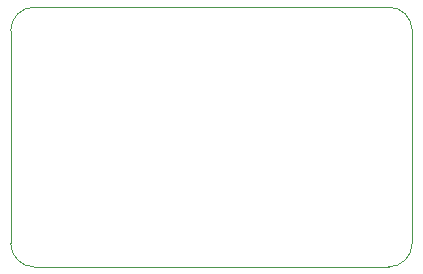
<source format=gm1>
G04 #@! TF.GenerationSoftware,KiCad,Pcbnew,(6.0.7-1)-1*
G04 #@! TF.CreationDate,2024-08-15T11:28:19+03:00*
G04 #@! TF.ProjectId,Induction,496e6475-6374-4696-9f6e-2e6b69636164,rev?*
G04 #@! TF.SameCoordinates,Original*
G04 #@! TF.FileFunction,Profile,NP*
%FSLAX46Y46*%
G04 Gerber Fmt 4.6, Leading zero omitted, Abs format (unit mm)*
G04 Created by KiCad (PCBNEW (6.0.7-1)-1) date 2024-08-15 11:28:19*
%MOMM*%
%LPD*%
G01*
G04 APERTURE LIST*
G04 #@! TA.AperFunction,Profile*
%ADD10C,0.100000*%
G04 #@! TD*
G04 APERTURE END LIST*
D10*
X140000000Y-62000000D02*
X140000000Y-80000000D01*
X140000000Y-80000000D02*
G75*
G03*
X142000000Y-82000000I2000000J0D01*
G01*
X142000000Y-60000000D02*
X168000000Y-60000000D01*
X174000000Y-62000000D02*
X174000000Y-80000000D01*
X168000000Y-60000000D02*
X172000000Y-60000000D01*
X174000000Y-62000000D02*
G75*
G03*
X172000000Y-60000000I-2000000J0D01*
G01*
X172000000Y-82000000D02*
G75*
G03*
X174000000Y-80000000I0J2000000D01*
G01*
X172000000Y-82000000D02*
X142000000Y-82000000D01*
X142000000Y-60000000D02*
G75*
G03*
X140000000Y-62000000I0J-2000000D01*
G01*
M02*

</source>
